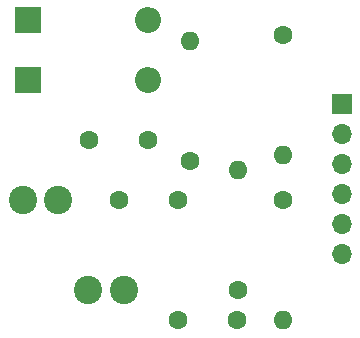
<source format=gbr>
%TF.GenerationSoftware,KiCad,Pcbnew,(6.0.9)*%
%TF.CreationDate,2023-01-19T09:08:01+07:00*%
%TF.ProjectId,LC_Sensor_THT,4c435f53-656e-4736-9f72-5f5448542e6b,rev?*%
%TF.SameCoordinates,PX40311b0PY586a470*%
%TF.FileFunction,Soldermask,Bot*%
%TF.FilePolarity,Negative*%
%FSLAX46Y46*%
G04 Gerber Fmt 4.6, Leading zero omitted, Abs format (unit mm)*
G04 Created by KiCad (PCBNEW (6.0.9)) date 2023-01-19 09:08:01*
%MOMM*%
%LPD*%
G01*
G04 APERTURE LIST*
%ADD10C,1.600000*%
%ADD11R,2.200000X2.200000*%
%ADD12O,2.200000X2.200000*%
%ADD13O,1.600000X1.600000*%
%ADD14C,2.400000*%
%ADD15R,1.700000X1.700000*%
%ADD16O,1.700000X1.700000*%
G04 APERTURE END LIST*
D10*
%TO.C,C2*%
X13970000Y19050000D03*
X8970000Y19050000D03*
%TD*%
%TO.C,C1*%
X16510000Y13970000D03*
X11510000Y13970000D03*
%TD*%
D11*
%TO.C,D2*%
X3810000Y24130000D03*
D12*
X13970000Y24130000D03*
%TD*%
D10*
%TO.C,R4*%
X25400000Y13970000D03*
D13*
X25400000Y3810000D03*
%TD*%
D10*
%TO.C,C3*%
X16510000Y3810000D03*
X21510000Y3810000D03*
%TD*%
D11*
%TO.C,D1*%
X3810000Y29210000D03*
D12*
X13970000Y29210000D03*
%TD*%
D10*
%TO.C,R3*%
X25400000Y27940000D03*
D13*
X25400000Y17780000D03*
%TD*%
D10*
%TO.C,R2*%
X17526000Y17272000D03*
D13*
X17526000Y27432000D03*
%TD*%
D14*
%TO.C,L2*%
X6350000Y13970000D03*
X3350000Y13970000D03*
%TD*%
D15*
%TO.C,J1*%
X30353000Y22098000D03*
D16*
X30353000Y19558000D03*
X30353000Y17018000D03*
X30353000Y14478000D03*
X30353000Y11938000D03*
X30353000Y9398000D03*
%TD*%
D14*
%TO.C,L1*%
X8890000Y6350000D03*
X11890000Y6350000D03*
%TD*%
D10*
%TO.C,R1*%
X21590000Y6350000D03*
D13*
X21590000Y16510000D03*
%TD*%
M02*

</source>
